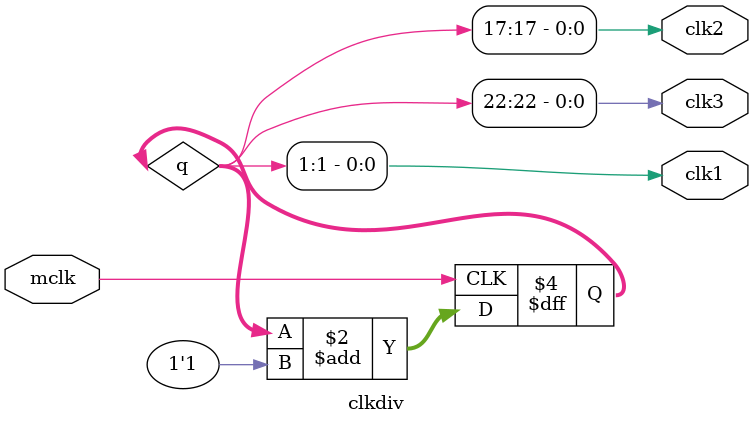
<source format=v>
module clkdiv(mclk, clk1, clk2, clk3);
    input mclk;
    output clk1, clk2, clk3;


    reg [30:0] q = 0 ;

    always @(posedge mclk)
    begin
        q <= q + 1'b1;
    end
    assign clk1 = q[1];
    assign clk2 = q[17];
	assign clk3 = q[22];
endmodule 

</source>
